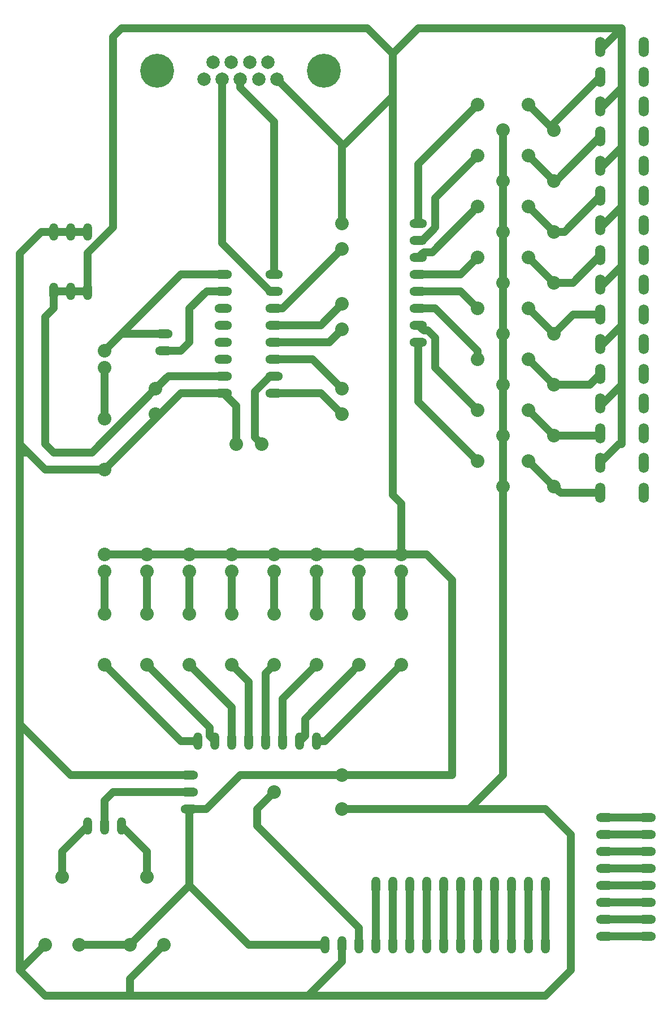
<source format=gbl>
G04 #@! TF.GenerationSoftware,KiCad,Pcbnew,(5.1.6)-1*
G04 #@! TF.CreationDate,2020-09-22T19:14:08-05:00*
G04 #@! TF.ProjectId,P1Arturo,50314172-7475-4726-9f2e-6b696361645f,rev?*
G04 #@! TF.SameCoordinates,Original*
G04 #@! TF.FileFunction,Copper,L2,Bot*
G04 #@! TF.FilePolarity,Positive*
%FSLAX46Y46*%
G04 Gerber Fmt 4.6, Leading zero omitted, Abs format (unit mm)*
G04 Created by KiCad (PCBNEW (5.1.6)-1) date 2020-09-22 19:14:08*
%MOMM*%
%LPD*%
G01*
G04 APERTURE LIST*
G04 #@! TA.AperFunction,ComponentPad*
%ADD10C,5.080000*%
G04 #@! TD*
G04 #@! TA.AperFunction,ComponentPad*
%ADD11C,1.998980*%
G04 #@! TD*
G04 #@! TA.AperFunction,ComponentPad*
%ADD12O,2.641600X1.320800*%
G04 #@! TD*
G04 #@! TA.AperFunction,ComponentPad*
%ADD13O,1.506220X3.014980*%
G04 #@! TD*
G04 #@! TA.AperFunction,ComponentPad*
%ADD14C,2.032000*%
G04 #@! TD*
G04 #@! TA.AperFunction,ComponentPad*
%ADD15O,1.320800X2.641600*%
G04 #@! TD*
G04 #@! TA.AperFunction,Conductor*
%ADD16C,1.200000*%
G04 #@! TD*
G04 APERTURE END LIST*
D10*
X81102200Y-40640000D03*
X56057800Y-40640000D03*
D11*
X72694800Y-39370000D03*
X69951600Y-39370000D03*
X67208400Y-39370000D03*
X64465200Y-39370000D03*
X74066400Y-41910000D03*
X71323200Y-41910000D03*
X68580000Y-41910000D03*
X65836800Y-41910000D03*
X63093600Y-41910000D03*
D12*
X66040000Y-88900000D03*
X66040000Y-86360000D03*
X66040000Y-83820000D03*
X66040000Y-81280000D03*
X66040000Y-78740000D03*
X66040000Y-76200000D03*
X66040000Y-73660000D03*
X66040000Y-71120000D03*
X73660000Y-71120000D03*
X73660000Y-73660000D03*
X73660000Y-76200000D03*
X73660000Y-78740000D03*
X73660000Y-81280000D03*
X73660000Y-83820000D03*
X73660000Y-86360000D03*
X73660000Y-88900000D03*
X60960000Y-151130000D03*
X60960000Y-148590000D03*
X60960000Y-146050000D03*
D13*
X128978660Y-41617900D03*
X122481340Y-41617900D03*
X128978660Y-37122100D03*
X122481340Y-37122100D03*
X128978660Y-50507900D03*
X122481340Y-50507900D03*
X128978660Y-46012100D03*
X122481340Y-46012100D03*
X128978660Y-59397900D03*
X122481340Y-59397900D03*
X128978660Y-54902100D03*
X122481340Y-54902100D03*
X128978660Y-68287900D03*
X122481340Y-68287900D03*
X128978660Y-63792100D03*
X122481340Y-63792100D03*
X128978660Y-77177900D03*
X122481340Y-77177900D03*
X128978660Y-72682100D03*
X122481340Y-72682100D03*
X128978660Y-86067900D03*
X122481340Y-86067900D03*
X128978660Y-81572100D03*
X122481340Y-81572100D03*
X128978660Y-94957900D03*
X122481340Y-94957900D03*
X128978660Y-90462100D03*
X122481340Y-90462100D03*
X128978660Y-103847900D03*
X122481340Y-103847900D03*
X128978660Y-99352100D03*
X122481340Y-99352100D03*
D14*
X57150000Y-171450000D03*
X54610000Y-161290000D03*
X52070000Y-171450000D03*
X44450000Y-171450000D03*
X41910000Y-161290000D03*
X39370000Y-171450000D03*
X83820000Y-146050000D03*
X73660000Y-148590000D03*
X83820000Y-151130000D03*
X107950000Y-49530000D03*
X115570000Y-49530000D03*
X107950000Y-57150000D03*
X115570000Y-57150000D03*
X107950000Y-64770000D03*
X115570000Y-64770000D03*
X107950000Y-72390000D03*
X115570000Y-72390000D03*
X107950000Y-80010000D03*
X115570000Y-80010000D03*
X107950000Y-87630000D03*
X115570000Y-87630000D03*
X107950000Y-95250000D03*
X115570000Y-95250000D03*
X107950000Y-102870000D03*
X115570000Y-102870000D03*
X104140000Y-45720000D03*
X111760000Y-45720000D03*
X104140000Y-53340000D03*
X111760000Y-53340000D03*
X104140000Y-60960000D03*
X111760000Y-60960000D03*
X104140000Y-68580000D03*
X111760000Y-68580000D03*
X104140000Y-76200000D03*
X111760000Y-76200000D03*
X104140000Y-83820000D03*
X111760000Y-83820000D03*
X104140000Y-91440000D03*
X111760000Y-91440000D03*
X104140000Y-99060000D03*
X111760000Y-99060000D03*
X48260000Y-129540000D03*
X48260000Y-121920000D03*
X54610000Y-129540000D03*
X54610000Y-121920000D03*
X60960000Y-129540000D03*
X60960000Y-121920000D03*
X67310000Y-129540000D03*
X67310000Y-121920000D03*
X73660000Y-129540000D03*
X73660000Y-121920000D03*
X80010000Y-129540000D03*
X80010000Y-121920000D03*
X86360000Y-129540000D03*
X86360000Y-121920000D03*
X92710000Y-129540000D03*
X92710000Y-121920000D03*
X48260000Y-92710000D03*
X48260000Y-100330000D03*
D12*
X95250000Y-63500000D03*
X95250000Y-66040000D03*
X95250000Y-68580000D03*
X95250000Y-71120000D03*
X95250000Y-73660000D03*
X95250000Y-76200000D03*
X95250000Y-78740000D03*
X95250000Y-81280000D03*
X123190000Y-152400000D03*
X123190000Y-154940000D03*
X123190000Y-157480000D03*
X123190000Y-160020000D03*
X123190000Y-162560000D03*
X123190000Y-165100000D03*
X123190000Y-167640000D03*
X123190000Y-170180000D03*
D15*
X50800000Y-153670000D03*
X48260000Y-153670000D03*
X45720000Y-153670000D03*
X114300000Y-171450000D03*
X111760000Y-171450000D03*
X109220000Y-171450000D03*
X106680000Y-171450000D03*
X104140000Y-171450000D03*
X101600000Y-171450000D03*
X99060000Y-171450000D03*
X96520000Y-171450000D03*
X93980000Y-171450000D03*
X91440000Y-171450000D03*
X88900000Y-171450000D03*
X86360000Y-171450000D03*
X83820000Y-171450000D03*
X81280000Y-171450000D03*
X114300000Y-162560000D03*
X111760000Y-162560000D03*
X109220000Y-162560000D03*
X106680000Y-162560000D03*
X104140000Y-162560000D03*
X101600000Y-162560000D03*
X99060000Y-162560000D03*
X96520000Y-162560000D03*
X93980000Y-162560000D03*
X91440000Y-162560000D03*
X88900000Y-162560000D03*
X80010000Y-140970000D03*
X77470000Y-140970000D03*
X74930000Y-140970000D03*
X72390000Y-140970000D03*
X69850000Y-140970000D03*
X67310000Y-140970000D03*
X64770000Y-140970000D03*
X62230000Y-140970000D03*
X45720000Y-73660000D03*
X43180000Y-73660000D03*
X40640000Y-73660000D03*
X45720000Y-64770000D03*
X43180000Y-64770000D03*
X40640000Y-64770000D03*
D12*
X57150000Y-80010000D03*
X57150000Y-82550000D03*
X129540000Y-152400000D03*
X129540000Y-154940000D03*
X129540000Y-157480000D03*
X129540000Y-160020000D03*
X129540000Y-162560000D03*
X129540000Y-165100000D03*
X129540000Y-167640000D03*
X129540000Y-170180000D03*
D14*
X48260000Y-85090000D03*
X48260000Y-82550000D03*
X92710000Y-115570000D03*
X92710000Y-113030000D03*
X86360000Y-115570000D03*
X86360000Y-113030000D03*
X80010000Y-115570000D03*
X80010000Y-113030000D03*
X73660000Y-115570000D03*
X73660000Y-113030000D03*
X67310000Y-115570000D03*
X67310000Y-113030000D03*
X60960000Y-115570000D03*
X60960000Y-113030000D03*
X54610000Y-115570000D03*
X54610000Y-113030000D03*
X48260000Y-115570000D03*
X48260000Y-113030000D03*
X55880000Y-88265000D03*
X55880000Y-92075000D03*
X83820000Y-67310000D03*
X83820000Y-63500000D03*
X67945000Y-96520000D03*
X71755000Y-96520000D03*
X83820000Y-75565000D03*
X83820000Y-79375000D03*
X83820000Y-88265000D03*
X83820000Y-92075000D03*
D16*
X79375000Y-83820000D02*
X73660000Y-83820000D01*
X83820000Y-88265000D02*
X79375000Y-83820000D01*
X80645000Y-88900000D02*
X83820000Y-92075000D01*
X73660000Y-88900000D02*
X80645000Y-88900000D01*
X80645000Y-78740000D02*
X73660000Y-78740000D01*
X83820000Y-75565000D02*
X80645000Y-78740000D01*
X81915000Y-81280000D02*
X73660000Y-81280000D01*
X83820000Y-79375000D02*
X81915000Y-81280000D01*
X45720000Y-64770000D02*
X40640000Y-64770000D01*
X83820000Y-173970800D02*
X83820000Y-171450000D01*
X78720800Y-179070000D02*
X83820000Y-173970800D01*
X40640000Y-64770000D02*
X38779600Y-64770000D01*
X38779600Y-64770000D02*
X35560000Y-67989600D01*
X35560000Y-175260000D02*
X39370000Y-179070000D01*
X35560000Y-175260000D02*
X39370000Y-171450000D01*
X78720800Y-179070000D02*
X114300000Y-179070000D01*
X114300000Y-179070000D02*
X118110000Y-175260000D01*
X118110000Y-175260000D02*
X118110000Y-154940000D01*
X118110000Y-154940000D02*
X114300000Y-151130000D01*
X102870000Y-151130000D02*
X107950000Y-146050000D01*
X102870000Y-151130000D02*
X83820000Y-151130000D01*
X114300000Y-151130000D02*
X102870000Y-151130000D01*
X107950000Y-146050000D02*
X107950000Y-102870000D01*
X107950000Y-102870000D02*
X107950000Y-95250000D01*
X107950000Y-95250000D02*
X107950000Y-87630000D01*
X107950000Y-87630000D02*
X107950000Y-80010000D01*
X107950000Y-80010000D02*
X107950000Y-72390000D01*
X107950000Y-72390000D02*
X107950000Y-64770000D01*
X107950000Y-64770000D02*
X107950000Y-57150000D01*
X107950000Y-57150000D02*
X107950000Y-49530000D01*
X35560000Y-97790000D02*
X36830000Y-97790000D01*
X39370000Y-100330000D02*
X48260000Y-100330000D01*
X36830000Y-97790000D02*
X39370000Y-100330000D01*
X35560000Y-67989600D02*
X35560000Y-96520000D01*
X36830000Y-97790000D02*
X35560000Y-96520000D01*
X35560000Y-96520000D02*
X35560000Y-97790000D01*
X59690000Y-88900000D02*
X66040000Y-88900000D01*
X48260000Y-100330000D02*
X59690000Y-88900000D01*
X67945000Y-90805000D02*
X66040000Y-88900000D01*
X67945000Y-96520000D02*
X67945000Y-90805000D01*
X35560000Y-135890000D02*
X35560000Y-138430000D01*
X35560000Y-135890000D02*
X35560000Y-175260000D01*
X35560000Y-97790000D02*
X35560000Y-135890000D01*
X43180000Y-146050000D02*
X60960000Y-146050000D01*
X35560000Y-138430000D02*
X43180000Y-146050000D01*
X52070000Y-176530000D02*
X57150000Y-171450000D01*
X52070000Y-179070000D02*
X52070000Y-176530000D01*
X52070000Y-179070000D02*
X78720800Y-179070000D01*
X39370000Y-179070000D02*
X52070000Y-179070000D01*
X70739001Y-88659690D02*
X73038691Y-86360000D01*
X73038691Y-86360000D02*
X73660000Y-86360000D01*
X70739001Y-95504001D02*
X70739001Y-88659690D01*
X71755000Y-96520000D02*
X70739001Y-95504001D01*
X74930000Y-76200000D02*
X83820000Y-67310000D01*
X73660000Y-76200000D02*
X74930000Y-76200000D01*
X40640000Y-73660000D02*
X45720000Y-73660000D01*
X86360000Y-113030000D02*
X80010000Y-113030000D01*
X80010000Y-113030000D02*
X73660000Y-113030000D01*
X73660000Y-113030000D02*
X67310000Y-113030000D01*
X67310000Y-113030000D02*
X60960000Y-113030000D01*
X60960000Y-113030000D02*
X54610000Y-113030000D01*
X54610000Y-113030000D02*
X48260000Y-113030000D01*
X91440000Y-38100000D02*
X95250000Y-34290000D01*
X125313440Y-96520000D02*
X122481340Y-99352100D01*
X125730000Y-96520000D02*
X125313440Y-96520000D01*
X122897900Y-90462100D02*
X125730000Y-87630000D01*
X122481340Y-90462100D02*
X122897900Y-90462100D01*
X125730000Y-87630000D02*
X125730000Y-96520000D01*
X122897900Y-81572100D02*
X125730000Y-78740000D01*
X122481340Y-81572100D02*
X122897900Y-81572100D01*
X125730000Y-78740000D02*
X125730000Y-87630000D01*
X122897900Y-72682100D02*
X125730000Y-69850000D01*
X122481340Y-72682100D02*
X122897900Y-72682100D01*
X125730000Y-69850000D02*
X125730000Y-78740000D01*
X122897900Y-63792100D02*
X125730000Y-60960000D01*
X122481340Y-63792100D02*
X122897900Y-63792100D01*
X125730000Y-60960000D02*
X125730000Y-69850000D01*
X122897900Y-54902100D02*
X125730000Y-52070000D01*
X122481340Y-54902100D02*
X122897900Y-54902100D01*
X125730000Y-52070000D02*
X125730000Y-60960000D01*
X122897900Y-46012100D02*
X125730000Y-43180000D01*
X122481340Y-46012100D02*
X122897900Y-46012100D01*
X125730000Y-34290000D02*
X125730000Y-43180000D01*
X125730000Y-43180000D02*
X125730000Y-52070000D01*
X122897900Y-37122100D02*
X125730000Y-34290000D01*
X122481340Y-37122100D02*
X122897900Y-37122100D01*
X92710000Y-105410000D02*
X92710000Y-113030000D01*
X91440000Y-104140000D02*
X92710000Y-105410000D01*
X60960000Y-151130000D02*
X63500000Y-151130000D01*
X68580000Y-146050000D02*
X83820000Y-146050000D01*
X63500000Y-151130000D02*
X68580000Y-146050000D01*
X83820000Y-51663600D02*
X74066400Y-41910000D01*
X83820000Y-63500000D02*
X83820000Y-51663600D01*
X83820000Y-51663600D02*
X84226400Y-51663600D01*
X91440000Y-38100000D02*
X91440000Y-44450000D01*
X84226400Y-51663600D02*
X91440000Y-44450000D01*
X91440000Y-44450000D02*
X91440000Y-104140000D01*
X45720000Y-67931309D02*
X45720000Y-73660000D01*
X87630000Y-34290000D02*
X50800000Y-34290000D01*
X50800000Y-34290000D02*
X49530000Y-35560000D01*
X49530000Y-64121309D02*
X45720000Y-67931309D01*
X91440000Y-38100000D02*
X87630000Y-34290000D01*
X49530000Y-35560000D02*
X49530000Y-64121309D01*
X95250000Y-34290000D02*
X125730000Y-34290000D01*
X40640000Y-76180800D02*
X39370000Y-77450800D01*
X40640000Y-73660000D02*
X40640000Y-76180800D01*
X39370000Y-96520000D02*
X40640000Y-97790000D01*
X39370000Y-77450800D02*
X39370000Y-96520000D01*
X55848522Y-88265000D02*
X55880000Y-88265000D01*
X46323522Y-97790000D02*
X55848522Y-88265000D01*
X40640000Y-97790000D02*
X46323522Y-97790000D01*
X57785000Y-86360000D02*
X66040000Y-86360000D01*
X55880000Y-88265000D02*
X57785000Y-86360000D01*
X44450000Y-171450000D02*
X52070000Y-171450000D01*
X52070000Y-171450000D02*
X60960000Y-162560000D01*
X60960000Y-162560000D02*
X60960000Y-151130000D01*
X60960000Y-162560000D02*
X69850000Y-171450000D01*
X69850000Y-171450000D02*
X81280000Y-171450000D01*
X83820000Y-146050000D02*
X100330000Y-146050000D01*
X100330000Y-146050000D02*
X100330000Y-116840000D01*
X96520000Y-113030000D02*
X92710000Y-113030000D01*
X100330000Y-116840000D02*
X96520000Y-113030000D01*
X92710000Y-113030000D02*
X86360000Y-113030000D01*
X48260000Y-115570000D02*
X48260000Y-121920000D01*
X54610000Y-121920000D02*
X54610000Y-115570000D01*
X60960000Y-115570000D02*
X60960000Y-121920000D01*
X67310000Y-115570000D02*
X67310000Y-121920000D01*
X73660000Y-115570000D02*
X73660000Y-121920000D01*
X80010000Y-115570000D02*
X80010000Y-121920000D01*
X86360000Y-115570000D02*
X86360000Y-121920000D01*
X92710000Y-115570000D02*
X92710000Y-121920000D01*
X48260000Y-92710000D02*
X48260000Y-85090000D01*
X59690000Y-71120000D02*
X66040000Y-71120000D01*
X48260000Y-82550000D02*
X59690000Y-71120000D01*
X50800000Y-80010000D02*
X48260000Y-82550000D01*
X57150000Y-80010000D02*
X50800000Y-80010000D01*
X123190000Y-152400000D02*
X129540000Y-152400000D01*
X123190000Y-154940000D02*
X129540000Y-154940000D01*
X123190000Y-157480000D02*
X129540000Y-157480000D01*
X123190000Y-160020000D02*
X129540000Y-160020000D01*
X123190000Y-162560000D02*
X129540000Y-162560000D01*
X123190000Y-165100000D02*
X129540000Y-165100000D01*
X123190000Y-167640000D02*
X129540000Y-167640000D01*
X123190000Y-170180000D02*
X129540000Y-170180000D01*
X59670800Y-82550000D02*
X60960000Y-81260800D01*
X57150000Y-82550000D02*
X59670800Y-82550000D01*
X63519200Y-73660000D02*
X66040000Y-73660000D01*
X60960000Y-76219200D02*
X63519200Y-73660000D01*
X60960000Y-81260800D02*
X60960000Y-76219200D01*
X81280000Y-140970000D02*
X92710000Y-129540000D01*
X80010000Y-140970000D02*
X81280000Y-140970000D01*
X78241590Y-140198410D02*
X78241590Y-137658410D01*
X78241590Y-137658410D02*
X86360000Y-129540000D01*
X77470000Y-140970000D02*
X78241590Y-140198410D01*
X74930000Y-134620000D02*
X80010000Y-129540000D01*
X74930000Y-140970000D02*
X74930000Y-134620000D01*
X72390000Y-130810000D02*
X73660000Y-129540000D01*
X72390000Y-140970000D02*
X72390000Y-130810000D01*
X69850000Y-132080000D02*
X67310000Y-129540000D01*
X69850000Y-140970000D02*
X69850000Y-132080000D01*
X67310000Y-135890000D02*
X60960000Y-129540000D01*
X67310000Y-140970000D02*
X67310000Y-135890000D01*
X63998410Y-138928410D02*
X54610000Y-129540000D01*
X63998410Y-140198410D02*
X63998410Y-138928410D01*
X64770000Y-140970000D02*
X63998410Y-140198410D01*
X59690000Y-140970000D02*
X48260000Y-129540000D01*
X62230000Y-140970000D02*
X59690000Y-140970000D01*
X114300000Y-171450000D02*
X114300000Y-162560000D01*
X111760000Y-171450000D02*
X111760000Y-162560000D01*
X109220000Y-171450000D02*
X109220000Y-162560000D01*
X106680000Y-171450000D02*
X106680000Y-162560000D01*
X104140000Y-171450000D02*
X104140000Y-162560000D01*
X101600000Y-171450000D02*
X101600000Y-162560000D01*
X99060000Y-171450000D02*
X99060000Y-162560000D01*
X96520000Y-171450000D02*
X96520000Y-162560000D01*
X93980000Y-171450000D02*
X93980000Y-162560000D01*
X91440000Y-171450000D02*
X91440000Y-162560000D01*
X88900000Y-171450000D02*
X88900000Y-162560000D01*
X86360000Y-168929200D02*
X71120000Y-153689200D01*
X86360000Y-171450000D02*
X86360000Y-168929200D01*
X71120000Y-151130000D02*
X73660000Y-148590000D01*
X71120000Y-153689200D02*
X71120000Y-151130000D01*
X54610000Y-157480000D02*
X50800000Y-153670000D01*
X54610000Y-161290000D02*
X54610000Y-157480000D01*
X48260000Y-153670000D02*
X48260000Y-149860000D01*
X49530000Y-148590000D02*
X60960000Y-148590000D01*
X48260000Y-149860000D02*
X49530000Y-148590000D01*
X41910000Y-157480000D02*
X45720000Y-153670000D01*
X41910000Y-161290000D02*
X41910000Y-157480000D01*
X95250000Y-54610000D02*
X104140000Y-45720000D01*
X95250000Y-63500000D02*
X95250000Y-54610000D01*
X95871309Y-66040000D02*
X97790000Y-64121309D01*
X95250000Y-66040000D02*
X95871309Y-66040000D01*
X97790000Y-59690000D02*
X104140000Y-53340000D01*
X97790000Y-64121309D02*
X97790000Y-59690000D01*
X97291590Y-67808410D02*
X104140000Y-60960000D01*
X96021590Y-67808410D02*
X97291590Y-67808410D01*
X95250000Y-68580000D02*
X96021590Y-67808410D01*
X101600000Y-71120000D02*
X104140000Y-68580000D01*
X95250000Y-71120000D02*
X101600000Y-71120000D01*
X101600000Y-73660000D02*
X104140000Y-76200000D01*
X95250000Y-73660000D02*
X101600000Y-73660000D01*
X104140000Y-82569200D02*
X104140000Y-83820000D01*
X97770800Y-76200000D02*
X104140000Y-82569200D01*
X95250000Y-76200000D02*
X97770800Y-76200000D01*
X95250000Y-78740000D02*
X96021590Y-79511590D01*
X96642899Y-79511590D02*
X97790000Y-80658691D01*
X96021590Y-79511590D02*
X96642899Y-79511590D01*
X97790000Y-85090000D02*
X104140000Y-91440000D01*
X97790000Y-80658691D02*
X97790000Y-85090000D01*
X95250000Y-90170000D02*
X104140000Y-99060000D01*
X95250000Y-81280000D02*
X95250000Y-90170000D01*
X111760000Y-99060000D02*
X115570000Y-102870000D01*
X116547900Y-103847900D02*
X115570000Y-102870000D01*
X122481340Y-103847900D02*
X116547900Y-103847900D01*
X111760000Y-91440000D02*
X115570000Y-95250000D01*
X122189240Y-95250000D02*
X122481340Y-94957900D01*
X115570000Y-95250000D02*
X122189240Y-95250000D01*
X111760000Y-83820000D02*
X115570000Y-87630000D01*
X120919240Y-87630000D02*
X122481340Y-86067900D01*
X115570000Y-87630000D02*
X120919240Y-87630000D01*
X111760000Y-76200000D02*
X115570000Y-80010000D01*
X118402100Y-77177900D02*
X115570000Y-80010000D01*
X122481340Y-77177900D02*
X118402100Y-77177900D01*
X111760000Y-68580000D02*
X115570000Y-72390000D01*
X118379240Y-72390000D02*
X122481340Y-68287900D01*
X115570000Y-72390000D02*
X118379240Y-72390000D01*
X111760000Y-60960000D02*
X115570000Y-64770000D01*
X117109240Y-64770000D02*
X122481340Y-59397900D01*
X115570000Y-64770000D02*
X117109240Y-64770000D01*
X111760000Y-53340000D02*
X115570000Y-57150000D01*
X115839240Y-57150000D02*
X122481340Y-50507900D01*
X115570000Y-57150000D02*
X115839240Y-57150000D01*
X111760000Y-45720000D02*
X115570000Y-49530000D01*
X115570000Y-48529240D02*
X122481340Y-41617900D01*
X115570000Y-49530000D02*
X115570000Y-48529240D01*
X73660000Y-71120000D02*
X73660000Y-48260000D01*
X68580000Y-43180000D02*
X68580000Y-41910000D01*
X73660000Y-48260000D02*
X68580000Y-43180000D01*
X65836800Y-66497200D02*
X65836800Y-41910000D01*
X72999600Y-73660000D02*
X65836800Y-66497200D01*
X73660000Y-73660000D02*
X72999600Y-73660000D01*
M02*

</source>
